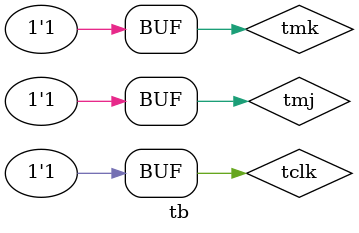
<source format=v>
`timescale 1ns / 1ps
module msjk(mj,mk,clk,sj,sk, mq,mqb,sq,sqb);
    input mj,mk,clk,sj,sk;
    output mq,mqb,sq,sqb;
	 jkff master(mj,mk,clk,mq,mqb);
	 jkff slave(mq,mqb,~clk,sq,sqb);
endmodule


module jkff(j,k,clk,q,qb);
	input j,k,clk;
	output q,qb;
	reg q,qb;	
	always@(posedge clk)
	begin
		q=1;
		qb=~q;
		if(j==0 & k==0)
		begin
			q=q;
			qb=qb;
		end
		if(j==0 & k==1)
		begin
			q=0;
			qb=~q;
		end
		if(j==1 & k==0)
		begin
			q=1;
			qb=~q;
		end
		if(j==1 & k==1)
		begin
			q=~q;
			qb=~q;
		end
	end
endmodule


module tb();
	reg tmj,tmk,tclk;
	wire tsq,tsqb;
	msjk mygate(.mj(tmj),.mk(tmk),.clk(tclk),.sq(tsq),.sqb(tsqb));
	initial
	begin
		tclk=0; tmj=0; tmk=0; #10;
		tclk=1; tmj=0; tmk=0; #10;
		tclk=0; tmj=0; tmk=1; #10;
		tclk=1; tmj=0; tmk=1; #10;
		tclk=0; tmj=1; tmk=0; #10;
		tclk=1; tmj=1; tmk=0; #10;
		tclk=0; tmj=1; tmk=1; #10;
		tclk=1; tmj=1; tmk=1; #10;
	end
endmodule


</source>
